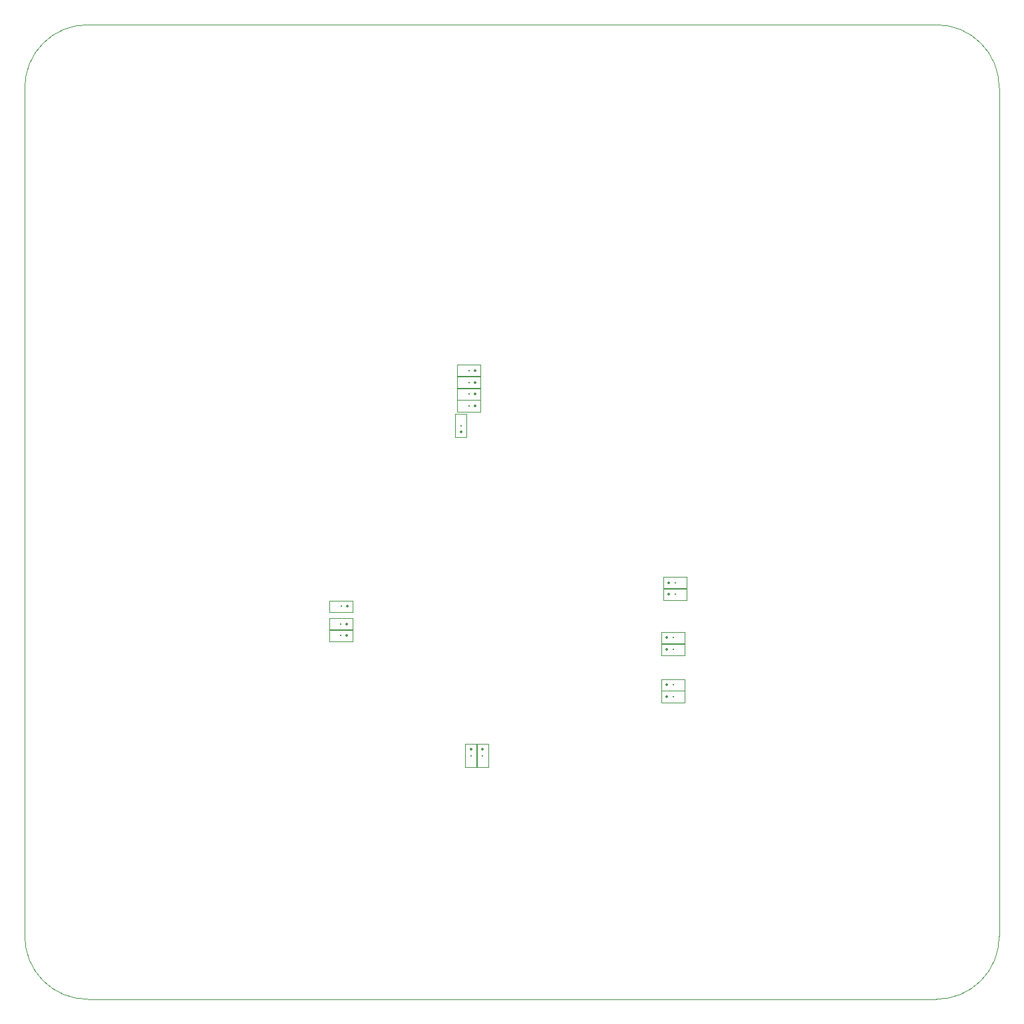
<source format=gbr>
%TF.GenerationSoftware,KiCad,Pcbnew,8.0.5*%
%TF.CreationDate,2024-11-16T17:36:21-05:00*%
%TF.ProjectId,huxley,6875786c-6579-42e6-9b69-6361645f7063,rev?*%
%TF.SameCoordinates,Original*%
%TF.FileFunction,Component,L4,Bot*%
%TF.FilePolarity,Positive*%
%FSLAX46Y46*%
G04 Gerber Fmt 4.6, Leading zero omitted, Abs format (unit mm)*
G04 Created by KiCad (PCBNEW 8.0.5) date 2024-11-16 17:36:21*
%MOMM*%
%LPD*%
G01*
G04 APERTURE LIST*
%TA.AperFunction,ComponentMain*%
%ADD10C,0.300000*%
%TD*%
%TA.AperFunction,ComponentOutline,Courtyard*%
%ADD11C,0.100000*%
%TD*%
%TA.AperFunction,ComponentPin*%
%ADD12P,0.360000X4X0.000000*%
%TD*%
%TA.AperFunction,ComponentPin*%
%ADD13C,0.100000*%
%TD*%
%TA.AperFunction,Profile*%
%ADD14C,0.100000*%
%TD*%
G04 APERTURE END LIST*
D10*
%TO.C,C63*%
%TO.CFtp,C_0603_1608Metric*%
%TO.CVal,10p*%
%TO.CLbN,Capacitor_SMD*%
%TO.CMnt,SMD*%
%TO.CRot,0*%
X99500000Y-93500000D03*
D11*
X100979999Y-92770001D02*
X100979999Y-94229999D01*
X98020001Y-94229999D01*
X98020001Y-92770001D01*
X100979999Y-92770001D01*
D12*
%TO.P,C63,1*%
X100275000Y-93500000D03*
D13*
%TO.P,C63,2*%
X98725000Y-93500000D03*
%TD*%
D10*
%TO.C,C61*%
%TO.CFtp,C_0603_1608Metric*%
%TO.CVal,1n*%
%TO.CLbN,Capacitor_SMD*%
%TO.CMnt,SMD*%
%TO.CRot,0*%
X99500000Y-90500000D03*
D11*
X100979999Y-89770001D02*
X100979999Y-91229999D01*
X98020001Y-91229999D01*
X98020001Y-89770001D01*
X100979999Y-89770001D01*
D12*
%TO.P,C61,1*%
X100275000Y-90500000D03*
D13*
%TO.P,C61,2*%
X98725000Y-90500000D03*
%TD*%
D10*
%TO.C,C55*%
%TO.CFtp,C_0603_1608Metric*%
%TO.CVal,10p*%
%TO.CLbN,Capacitor_SMD*%
%TO.CMnt,SMD*%
%TO.CRot,180*%
X125750000Y-116000000D03*
D11*
X127229999Y-115270001D02*
X127229999Y-116729999D01*
X124270001Y-116729999D01*
X124270001Y-115270001D01*
X127229999Y-115270001D01*
D12*
%TO.P,C55,1*%
X124975000Y-116000000D03*
D13*
%TO.P,C55,2*%
X126525000Y-116000000D03*
%TD*%
D10*
%TO.C,C60*%
%TO.CFtp,C_0603_1608Metric*%
%TO.CVal,1n*%
%TO.CLbN,Capacitor_SMD*%
%TO.CMnt,SMD*%
%TO.CRot,0*%
X99500000Y-89000000D03*
D11*
X100979999Y-88270001D02*
X100979999Y-89729999D01*
X98020001Y-89729999D01*
X98020001Y-88270001D01*
X100979999Y-88270001D01*
D12*
%TO.P,C60,1*%
X100275000Y-89000000D03*
D13*
%TO.P,C60,2*%
X98725000Y-89000000D03*
%TD*%
D10*
%TO.C,C47*%
%TO.CFtp,C_0603_1608Metric*%
%TO.CVal,10p*%
%TO.CLbN,Capacitor_SMD*%
%TO.CMnt,SMD*%
%TO.CRot,180*%
X125500000Y-123000000D03*
D11*
X126979999Y-122270001D02*
X126979999Y-123729999D01*
X124020001Y-123729999D01*
X124020001Y-122270001D01*
X126979999Y-122270001D01*
D12*
%TO.P,C47,1*%
X124725000Y-123000000D03*
D13*
%TO.P,C47,2*%
X126275000Y-123000000D03*
%TD*%
D10*
%TO.C,C62*%
%TO.CFtp,C_0603_1608Metric*%
%TO.CVal,10p*%
%TO.CLbN,Capacitor_SMD*%
%TO.CMnt,SMD*%
%TO.CRot,0*%
X99500000Y-92000000D03*
D11*
X100979999Y-91270001D02*
X100979999Y-92729999D01*
X98020001Y-92729999D01*
X98020001Y-91270001D01*
X100979999Y-91270001D01*
D12*
%TO.P,C62,1*%
X100275000Y-92000000D03*
D13*
%TO.P,C62,2*%
X98725000Y-92000000D03*
%TD*%
D10*
%TO.C,C50*%
%TO.CFtp,C_0603_1608Metric*%
%TO.CVal,10p*%
%TO.CLbN,Capacitor_SMD*%
%TO.CMnt,SMD*%
%TO.CRot,90*%
X99750000Y-138000000D03*
D11*
X100479999Y-136520001D02*
X100479999Y-139479999D01*
X99020001Y-139479999D01*
X99020001Y-136520001D01*
X100479999Y-136520001D01*
D12*
%TO.P,C50,1*%
X99750000Y-137225000D03*
D13*
%TO.P,C50,2*%
X99750000Y-138775000D03*
%TD*%
D10*
%TO.C,C44*%
%TO.CFtp,C_0603_1608Metric*%
%TO.CVal,1n*%
%TO.CLbN,Capacitor_SMD*%
%TO.CMnt,SMD*%
%TO.CRot,0*%
X83225000Y-121250000D03*
D11*
X84704999Y-120520001D02*
X84704999Y-121979999D01*
X81745001Y-121979999D01*
X81745001Y-120520001D01*
X84704999Y-120520001D01*
D12*
%TO.P,C44,1*%
X84000000Y-121250000D03*
D13*
%TO.P,C44,2*%
X82450000Y-121250000D03*
%TD*%
D10*
%TO.C,C45*%
%TO.CFtp,C_0603_1608Metric*%
%TO.CVal,10p*%
%TO.CLbN,Capacitor_SMD*%
%TO.CMnt,SMD*%
%TO.CRot,0*%
X83225000Y-122750000D03*
D11*
X84704999Y-122020001D02*
X84704999Y-123479999D01*
X81745001Y-123479999D01*
X81745001Y-122020001D01*
X84704999Y-122020001D01*
D12*
%TO.P,C45,1*%
X84000000Y-122750000D03*
D13*
%TO.P,C45,2*%
X82450000Y-122750000D03*
%TD*%
D10*
%TO.C,C48*%
%TO.CFtp,C_0603_1608Metric*%
%TO.CVal,1n*%
%TO.CLbN,Capacitor_SMD*%
%TO.CMnt,SMD*%
%TO.CRot,180*%
X125500000Y-130500000D03*
D11*
X126979999Y-129770001D02*
X126979999Y-131229999D01*
X124020001Y-131229999D01*
X124020001Y-129770001D01*
X126979999Y-129770001D01*
D12*
%TO.P,C48,1*%
X124725000Y-130500000D03*
D13*
%TO.P,C48,2*%
X126275000Y-130500000D03*
%TD*%
D10*
%TO.C,C51*%
%TO.CFtp,C_0603_1608Metric*%
%TO.CVal,10p*%
%TO.CLbN,Capacitor_SMD*%
%TO.CMnt,SMD*%
%TO.CRot,90*%
X101250000Y-138000000D03*
D11*
X101979999Y-136520001D02*
X101979999Y-139479999D01*
X100520001Y-139479999D01*
X100520001Y-136520001D01*
X101979999Y-136520001D01*
D12*
%TO.P,C51,1*%
X101250000Y-137225000D03*
D13*
%TO.P,C51,2*%
X101250000Y-138775000D03*
%TD*%
D10*
%TO.C,C53*%
%TO.CFtp,C_0603_1608Metric*%
%TO.CVal,1n*%
%TO.CLbN,Capacitor_SMD*%
%TO.CMnt,SMD*%
%TO.CRot,0*%
X83250000Y-119000000D03*
D11*
X84729999Y-118270001D02*
X84729999Y-119729999D01*
X81770001Y-119729999D01*
X81770001Y-118270001D01*
X84729999Y-118270001D01*
D12*
%TO.P,C53,1*%
X84025000Y-119000000D03*
D13*
%TO.P,C53,2*%
X82475000Y-119000000D03*
%TD*%
D10*
%TO.C,C49*%
%TO.CFtp,C_0603_1608Metric*%
%TO.CVal,1n*%
%TO.CLbN,Capacitor_SMD*%
%TO.CMnt,SMD*%
%TO.CRot,180*%
X125500000Y-129000000D03*
D11*
X126979999Y-128270001D02*
X126979999Y-129729999D01*
X124020001Y-129729999D01*
X124020001Y-128270001D01*
X126979999Y-128270001D01*
D12*
%TO.P,C49,1*%
X124725000Y-129000000D03*
D13*
%TO.P,C49,2*%
X126275000Y-129000000D03*
%TD*%
D10*
%TO.C,C54*%
%TO.CFtp,C_0603_1608Metric*%
%TO.CVal,10p*%
%TO.CLbN,Capacitor_SMD*%
%TO.CMnt,SMD*%
%TO.CRot,180*%
X125750000Y-117500000D03*
D11*
X127229999Y-116770001D02*
X127229999Y-118229999D01*
X124270001Y-118229999D01*
X124270001Y-116770001D01*
X127229999Y-116770001D01*
D12*
%TO.P,C54,1*%
X124975000Y-117500000D03*
D13*
%TO.P,C54,2*%
X126525000Y-117500000D03*
%TD*%
D10*
%TO.C,C52*%
%TO.CFtp,C_0603_1608Metric*%
%TO.CVal,1n*%
%TO.CLbN,Capacitor_SMD*%
%TO.CMnt,SMD*%
%TO.CRot,-90*%
X98500000Y-96000000D03*
D11*
X99229999Y-94520001D02*
X99229999Y-97479999D01*
X97770001Y-97479999D01*
X97770001Y-94520001D01*
X99229999Y-94520001D01*
D12*
%TO.P,C52,1*%
X98500000Y-96775000D03*
D13*
%TO.P,C52,2*%
X98500000Y-95225000D03*
%TD*%
D10*
%TO.C,C46*%
%TO.CFtp,C_0603_1608Metric*%
%TO.CVal,1n*%
%TO.CLbN,Capacitor_SMD*%
%TO.CMnt,SMD*%
%TO.CRot,180*%
X125500000Y-124500000D03*
D11*
X126979999Y-123770001D02*
X126979999Y-125229999D01*
X124020001Y-125229999D01*
X124020001Y-123770001D01*
X126979999Y-123770001D01*
D12*
%TO.P,C46,1*%
X124725000Y-124500000D03*
D13*
%TO.P,C46,2*%
X126275000Y-124500000D03*
%TD*%
D14*
X159000000Y-45000000D02*
G75*
G02*
X167000000Y-53000000I0J-8000000D01*
G01*
X159000000Y-169000000D02*
X51000000Y-169000000D01*
X51000000Y-169000000D02*
G75*
G02*
X43000000Y-161000000I0J8000000D01*
G01*
X167000000Y-161000000D02*
G75*
G02*
X159000000Y-169000000I-8000000J0D01*
G01*
X43000000Y-161000000D02*
X43000000Y-53000000D01*
X51000000Y-45000000D02*
X159000000Y-45000000D01*
X167000000Y-53000000D02*
X167000000Y-161000000D01*
X43000000Y-53000000D02*
G75*
G02*
X51000000Y-45000000I8000000J0D01*
G01*
M02*

</source>
